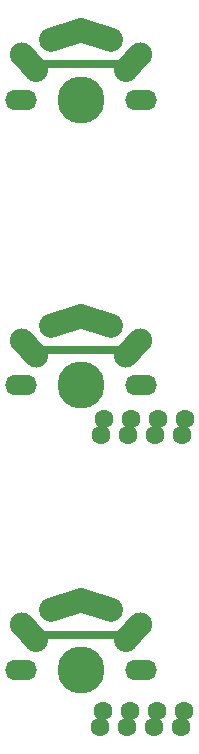
<source format=gbr>
%TF.GenerationSoftware,KiCad,Pcbnew,7.0.2*%
%TF.CreationDate,2024-09-11T13:34:27+02:00*%
%TF.ProjectId,column,636f6c75-6d6e-42e6-9b69-6361645f7063,rev?*%
%TF.SameCoordinates,Original*%
%TF.FileFunction,Soldermask,Top*%
%TF.FilePolarity,Negative*%
%FSLAX46Y46*%
G04 Gerber Fmt 4.6, Leading zero omitted, Abs format (unit mm)*
G04 Created by KiCad (PCBNEW 7.0.2) date 2024-09-11 13:34:27*
%MOMM*%
%LPD*%
G01*
G04 APERTURE LIST*
G04 Aperture macros list*
%AMRoundRect*
0 Rectangle with rounded corners*
0 $1 Rounding radius*
0 $2 $3 $4 $5 $6 $7 $8 $9 X,Y pos of 4 corners*
0 Add a 4 corners polygon primitive as box body*
4,1,4,$2,$3,$4,$5,$6,$7,$8,$9,$2,$3,0*
0 Add four circle primitives for the rounded corners*
1,1,$1+$1,$2,$3*
1,1,$1+$1,$4,$5*
1,1,$1+$1,$6,$7*
1,1,$1+$1,$8,$9*
0 Add four rect primitives between the rounded corners*
20,1,$1+$1,$2,$3,$4,$5,0*
20,1,$1+$1,$4,$5,$6,$7,0*
20,1,$1+$1,$6,$7,$8,$9,0*
20,1,$1+$1,$8,$9,$2,$3,0*%
%AMHorizOval*
0 Thick line with rounded ends*
0 $1 width*
0 $2 $3 position (X,Y) of the first rounded end (center of the circle)*
0 $4 $5 position (X,Y) of the second rounded end (center of the circle)*
0 Add line between two ends*
20,1,$1,$2,$3,$4,$5,0*
0 Add two circle primitives to create the rounded ends*
1,1,$1,$2,$3*
1,1,$1,$4,$5*%
G04 Aperture macros list end*
%ADD10O,2.701800X1.701800*%
%ADD11C,3.987800*%
%ADD12HorizOval,2.032000X-0.608505X0.641231X0.608505X-0.641231X0*%
%ADD13C,2.032000*%
%ADD14RoundRect,0.189673X3.620327X0.189672X-3.620327X0.189672X-3.620327X-0.189672X3.620327X-0.189672X0*%
%ADD15HorizOval,2.032000X-0.608505X-0.641231X0.608505X0.641231X0*%
%ADD16HorizOval,2.032000X-1.269427X-0.410014X1.269427X0.410014X0*%
%ADD17HorizOval,2.032000X-1.269427X0.410014X1.269427X-0.410014X0*%
%ADD18C,1.600000*%
G04 APERTURE END LIST*
D10*
%TO.C,SW3*%
X187305903Y-124417886D03*
D11*
X192383491Y-124421194D03*
D10*
X197465903Y-124421847D03*
D12*
X187968592Y-121237762D03*
D13*
X188573491Y-121881194D03*
D14*
X192378594Y-121411349D03*
D13*
X196193491Y-121881194D03*
D15*
X196798390Y-121237762D03*
D16*
X191128143Y-118926263D03*
D13*
X192383491Y-118521194D03*
D17*
X193638839Y-118926263D03*
%TD*%
D10*
%TO.C,SW2*%
X187305903Y-100319886D03*
D11*
X192383491Y-100323194D03*
D10*
X197465903Y-100323847D03*
D12*
X187968592Y-97139762D03*
D13*
X188573491Y-97783194D03*
D14*
X192378594Y-97313349D03*
D13*
X196193491Y-97783194D03*
D15*
X196798390Y-97139762D03*
D16*
X191128143Y-94828263D03*
D13*
X192383491Y-94423194D03*
D17*
X193638839Y-94828263D03*
%TD*%
D10*
%TO.C,SW1*%
X187305903Y-76121886D03*
D11*
X192383491Y-76125194D03*
D10*
X197465903Y-76125847D03*
D12*
X187968592Y-72941762D03*
D13*
X188573491Y-73585194D03*
D14*
X192378594Y-73115349D03*
D13*
X196193491Y-73585194D03*
D15*
X196798390Y-72941762D03*
D16*
X191128143Y-70630263D03*
D13*
X192383491Y-70225194D03*
D17*
X193638839Y-70630263D03*
%TD*%
D18*
%TO.C,J3*%
X194313491Y-127916194D03*
X194053491Y-129206194D03*
X196339491Y-129206194D03*
X196599491Y-127916194D03*
X198885491Y-127916194D03*
X198625491Y-129206194D03*
X201171491Y-127916194D03*
X200911491Y-129206194D03*
%TD*%
%TO.C,J5*%
X194348163Y-103204170D03*
X194088163Y-104494170D03*
X196634163Y-103204170D03*
X196374163Y-104494170D03*
X198660163Y-104494170D03*
X198920163Y-103204170D03*
X201206163Y-103204170D03*
X200946163Y-104494170D03*
%TD*%
M02*

</source>
